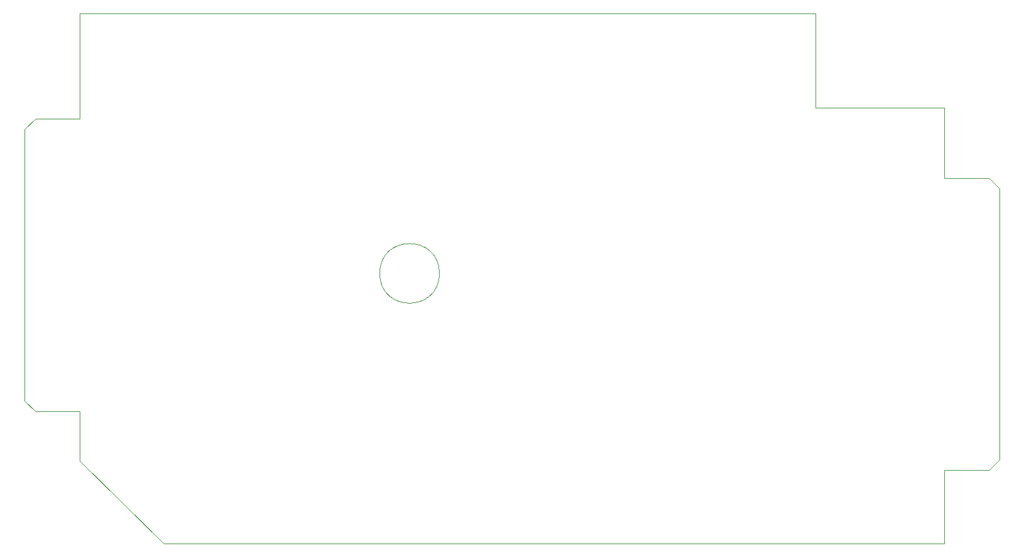
<source format=gm1>
G04 #@! TF.GenerationSoftware,KiCad,Pcbnew,(6.0.0)*
G04 #@! TF.CreationDate,2022-11-09T00:44:27-05:00*
G04 #@! TF.ProjectId,Sorcerer Rom Pack to Ribbon,536f7263-6572-4657-9220-526f6d205061,rev?*
G04 #@! TF.SameCoordinates,Original*
G04 #@! TF.FileFunction,Profile,NP*
%FSLAX46Y46*%
G04 Gerber Fmt 4.6, Leading zero omitted, Abs format (unit mm)*
G04 Created by KiCad (PCBNEW (6.0.0)) date 2022-11-09 00:44:27*
%MOMM*%
%LPD*%
G01*
G04 APERTURE LIST*
G04 #@! TA.AperFunction,Profile*
%ADD10C,0.100000*%
G04 #@! TD*
G04 #@! TA.AperFunction,Profile*
%ADD11C,0.120000*%
G04 #@! TD*
G04 APERTURE END LIST*
D10*
X189185000Y-93234300D02*
X189185000Y-83514300D01*
X119465000Y-106449300D02*
G75*
G03*
X119465000Y-106449300I-4125000J0D01*
G01*
X189185000Y-83514300D02*
X171405000Y-83514300D01*
X171405000Y-83514300D02*
X171405000Y-70484300D01*
X189185000Y-133645700D02*
X189185000Y-143795700D01*
X69815000Y-70484300D02*
X69815000Y-85090000D01*
X69815000Y-125501400D02*
X69815000Y-132364300D01*
X81415000Y-143795700D02*
X69815000Y-132364300D01*
X189185000Y-143795700D02*
X81415000Y-143795700D01*
X171405000Y-70484300D02*
X69815000Y-70484300D01*
D11*
X196785000Y-94684300D02*
X196785000Y-132195700D01*
X195335000Y-133645700D02*
X196785000Y-132195700D01*
X195335000Y-93234300D02*
X196785000Y-94684300D01*
X195335000Y-93234300D02*
X189185000Y-93234300D01*
X195335000Y-133645700D02*
X189185000Y-133645700D01*
X62215000Y-124051400D02*
X62215000Y-86540000D01*
X63665000Y-85090000D02*
X62215000Y-86540000D01*
X63665000Y-125501400D02*
X69815000Y-125501400D01*
X63665000Y-125501400D02*
X62215000Y-124051400D01*
X63665000Y-85090000D02*
X69815000Y-85090000D01*
M02*

</source>
